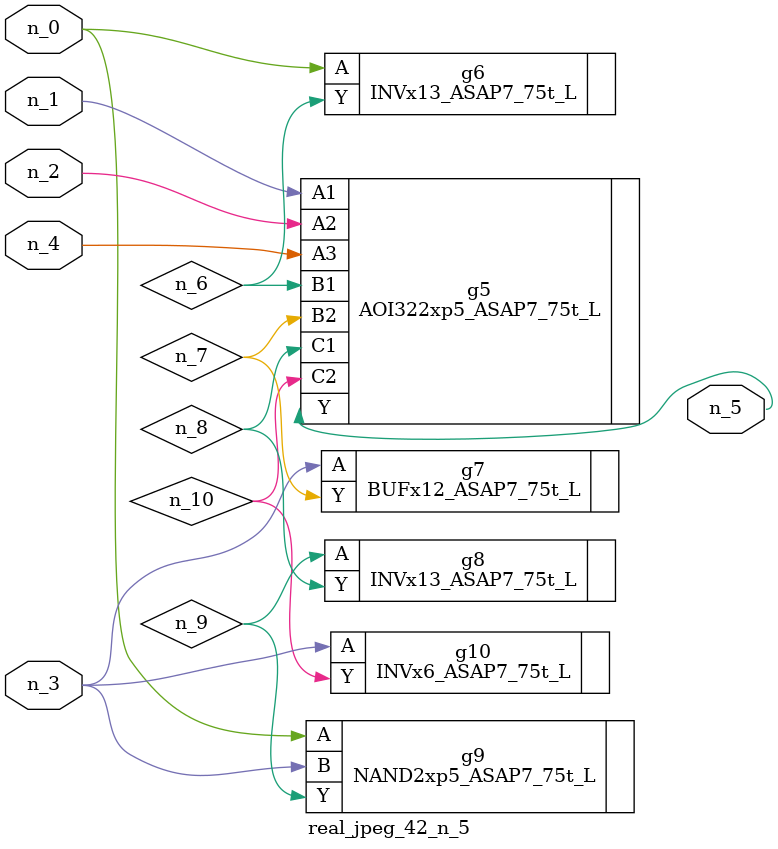
<source format=v>
module real_jpeg_42_n_5 (n_4, n_0, n_1, n_2, n_3, n_5);

input n_4;
input n_0;
input n_1;
input n_2;
input n_3;

output n_5;

wire n_8;
wire n_6;
wire n_7;
wire n_10;
wire n_9;

INVx13_ASAP7_75t_L g6 ( 
.A(n_0),
.Y(n_6)
);

NAND2xp5_ASAP7_75t_L g9 ( 
.A(n_0),
.B(n_3),
.Y(n_9)
);

AOI322xp5_ASAP7_75t_L g5 ( 
.A1(n_1),
.A2(n_2),
.A3(n_4),
.B1(n_6),
.B2(n_7),
.C1(n_8),
.C2(n_10),
.Y(n_5)
);

BUFx12_ASAP7_75t_L g7 ( 
.A(n_3),
.Y(n_7)
);

INVx6_ASAP7_75t_L g10 ( 
.A(n_3),
.Y(n_10)
);

INVx13_ASAP7_75t_L g8 ( 
.A(n_9),
.Y(n_8)
);


endmodule
</source>
